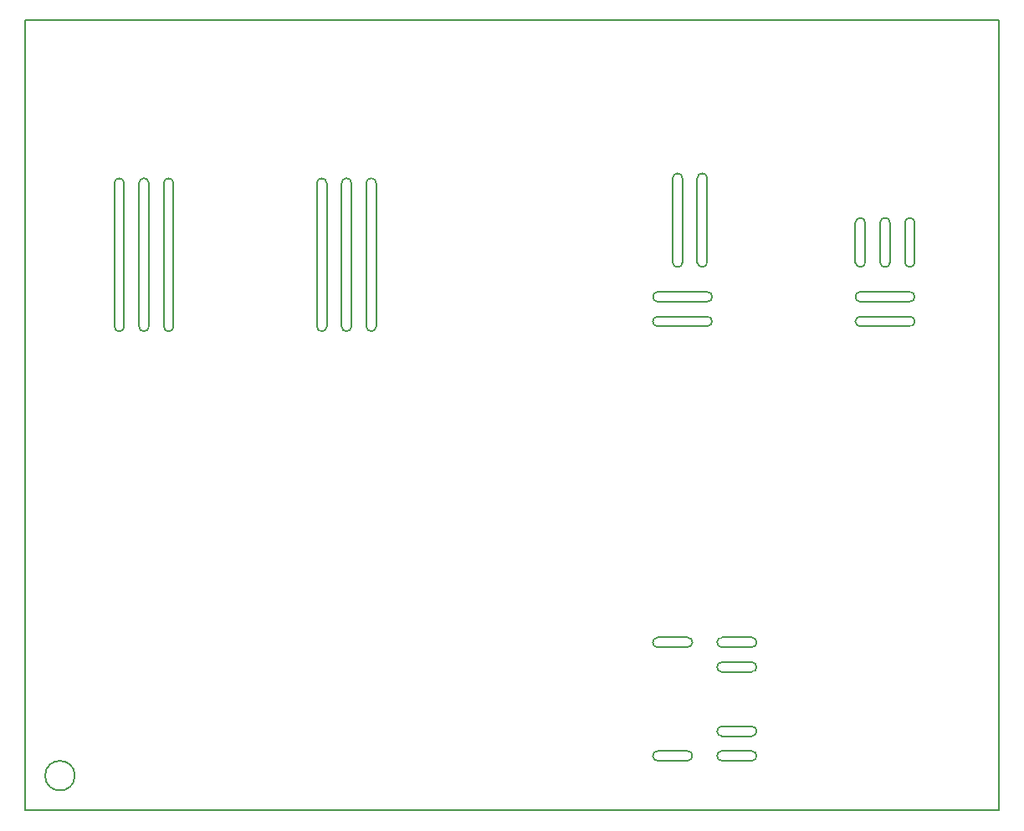
<source format=gbr>
%FSLAX34Y34*%
%MOMM*%
%LNOUTLINE*%
G71*
G01*
%ADD10C, 0.200*%
%LPD*%
G54D10*
X160000Y880000D02*
X1145000Y880000D01*
X1145000Y80000D01*
X160000Y80000D01*
X160000Y880000D01*
G54D10*
G75*
G01X210000Y115000D02*
G03X210000Y115000I-15000J0D01*
G01*
G54D10*
X865000Y255000D02*
X895000Y255000D01*
G54D10*
X865000Y245000D02*
X895000Y245000D01*
G54D10*
G75*
G01X895000Y245000D02*
G03X895000Y255000I0J5000D01*
G01*
G54D10*
G75*
G01X865015Y255000D02*
G03X865015Y245000I0J-5000D01*
G01*
G54D10*
X865000Y140000D02*
X895000Y140000D01*
G54D10*
X865000Y130000D02*
X895000Y130000D01*
G54D10*
G75*
G01X895000Y130000D02*
G03X895000Y140000I0J5000D01*
G01*
G54D10*
G75*
G01X865015Y140000D02*
G03X865015Y130000I0J-5000D01*
G01*
G54D10*
X800000Y255000D02*
X830000Y255000D01*
G54D10*
X800000Y245000D02*
X830000Y245000D01*
G54D10*
G75*
G01X830000Y245000D02*
G03X830000Y255000I0J5000D01*
G01*
G54D10*
G75*
G01X800015Y255000D02*
G03X800015Y245000I0J-5000D01*
G01*
G54D10*
X800000Y140000D02*
X830000Y140000D01*
G54D10*
X800000Y130000D02*
X830000Y130000D01*
G54D10*
G75*
G01X830000Y130000D02*
G03X830000Y140000I0J5000D01*
G01*
G54D10*
G75*
G01X800015Y140000D02*
G03X800015Y130000I0J-5000D01*
G01*
G54D10*
X865000Y230000D02*
X895000Y230000D01*
G54D10*
X865000Y220000D02*
X895000Y220000D01*
G54D10*
G75*
G01X895000Y220000D02*
G03X895000Y230000I0J5000D01*
G01*
G54D10*
G75*
G01X865015Y230000D02*
G03X865015Y220000I0J-5000D01*
G01*
G54D10*
X865000Y165000D02*
X895000Y165000D01*
G54D10*
X865000Y155000D02*
X895000Y155000D01*
G54D10*
G75*
G01X895000Y155000D02*
G03X895000Y165000I0J5000D01*
G01*
G54D10*
G75*
G01X865015Y165000D02*
G03X865015Y155000I0J-5000D01*
G01*
G54D10*
G75*
G01X260000Y715000D02*
G03X250000Y715000I-5000J0D01*
G01*
G54D10*
G75*
G01X250000Y570015D02*
G03X260000Y570015I5000J0D01*
G01*
G54D10*
X250000Y715000D02*
X250000Y570015D01*
G54D10*
X260000Y715000D02*
X260000Y570015D01*
G54D10*
G75*
G01X285000Y715000D02*
G03X275000Y715000I-5000J0D01*
G01*
G54D10*
G75*
G01X275000Y570015D02*
G03X285000Y570015I5000J0D01*
G01*
G54D10*
X275000Y715000D02*
X275000Y570015D01*
G54D10*
X285000Y715000D02*
X285000Y570015D01*
G54D10*
G75*
G01X310000Y715000D02*
G03X300000Y715000I-5000J0D01*
G01*
G54D10*
G75*
G01X300000Y570015D02*
G03X310000Y570015I5000J0D01*
G01*
G54D10*
X300000Y715000D02*
X300000Y570015D01*
G54D10*
X310000Y715000D02*
X310000Y570015D01*
G54D10*
G75*
G01X490000Y715000D02*
G03X480000Y715000I-5000J0D01*
G01*
G54D10*
G75*
G01X480000Y570015D02*
G03X490000Y570015I5000J0D01*
G01*
G54D10*
X480000Y715000D02*
X480000Y570015D01*
G54D10*
X490000Y715000D02*
X490000Y570015D01*
G54D10*
G75*
G01X515000Y715000D02*
G03X505000Y715000I-5000J0D01*
G01*
G54D10*
G75*
G01X505000Y570015D02*
G03X515000Y570015I5000J0D01*
G01*
G54D10*
X505000Y715000D02*
X505000Y570015D01*
G54D10*
X515000Y715000D02*
X515000Y570015D01*
G54D10*
G75*
G01X465000Y715000D02*
G03X455000Y715000I-5000J0D01*
G01*
G54D10*
G75*
G01X455000Y570015D02*
G03X465000Y570015I5000J0D01*
G01*
G54D10*
X455000Y715000D02*
X455000Y570015D01*
G54D10*
X465000Y715000D02*
X465000Y570015D01*
G54D10*
G75*
G01X825000Y720000D02*
G03X815000Y720000I-5000J0D01*
G01*
G54D10*
G75*
G01X815000Y635015D02*
G03X825000Y635015I5000J0D01*
G01*
G54D10*
X815000Y720000D02*
X815000Y635015D01*
G54D10*
X825000Y720000D02*
X825000Y635015D01*
G54D10*
G75*
G01X850000Y720000D02*
G03X840000Y720000I-5000J0D01*
G01*
G54D10*
G75*
G01X840000Y635015D02*
G03X850000Y635015I5000J0D01*
G01*
G54D10*
X840000Y720000D02*
X840000Y635015D01*
G54D10*
X850000Y720000D02*
X850000Y635015D01*
G54D10*
G75*
G01X1035000Y675000D02*
G03X1025000Y675000I-5000J0D01*
G01*
G54D10*
G75*
G01X1025000Y635015D02*
G03X1035000Y635015I5000J0D01*
G01*
G54D10*
X1025000Y675000D02*
X1025000Y635015D01*
G54D10*
X1035000Y675000D02*
X1035000Y635015D01*
G54D10*
G75*
G01X1010000Y675000D02*
G03X1000000Y675000I-5000J0D01*
G01*
G54D10*
G75*
G01X1000000Y635015D02*
G03X1010000Y635015I5000J0D01*
G01*
G54D10*
X1000000Y675000D02*
X1000000Y635015D01*
G54D10*
X1010000Y675000D02*
X1010000Y635015D01*
G54D10*
G75*
G01X1060000Y675000D02*
G03X1050000Y675000I-5000J0D01*
G01*
G54D10*
G75*
G01X1050000Y635015D02*
G03X1060000Y635015I5000J0D01*
G01*
G54D10*
X1050000Y675000D02*
X1050000Y635015D01*
G54D10*
X1060000Y675000D02*
X1060000Y635015D01*
G54D10*
G75*
G01X1055000Y570000D02*
G03X1055000Y580000I0J5000D01*
G01*
G54D10*
G75*
G01X1005016Y580000D02*
G03X1005016Y570000I0J-5000D01*
G01*
G54D10*
X1055000Y580000D02*
X1005016Y580000D01*
G54D10*
X1055000Y570000D02*
X1005016Y570000D01*
G54D10*
G75*
G01X1055000Y595000D02*
G03X1055000Y605000I0J5000D01*
G01*
G54D10*
G75*
G01X1005016Y605000D02*
G03X1005016Y595000I0J-5000D01*
G01*
G54D10*
X1055000Y605000D02*
X1005016Y605000D01*
G54D10*
X1055000Y595000D02*
X1005016Y595000D01*
G54D10*
G75*
G01X850000Y595000D02*
G03X850000Y605000I0J5000D01*
G01*
G54D10*
G75*
G01X800016Y605000D02*
G03X800016Y595000I0J-5000D01*
G01*
G54D10*
X850000Y605000D02*
X800016Y605000D01*
G54D10*
X850000Y595000D02*
X800016Y595000D01*
G54D10*
G75*
G01X850000Y570000D02*
G03X850000Y580000I0J5000D01*
G01*
G54D10*
G75*
G01X800016Y580000D02*
G03X800016Y570000I0J-5000D01*
G01*
G54D10*
X850000Y580000D02*
X800016Y580000D01*
G54D10*
X850000Y570000D02*
X800016Y570000D01*
M02*

</source>
